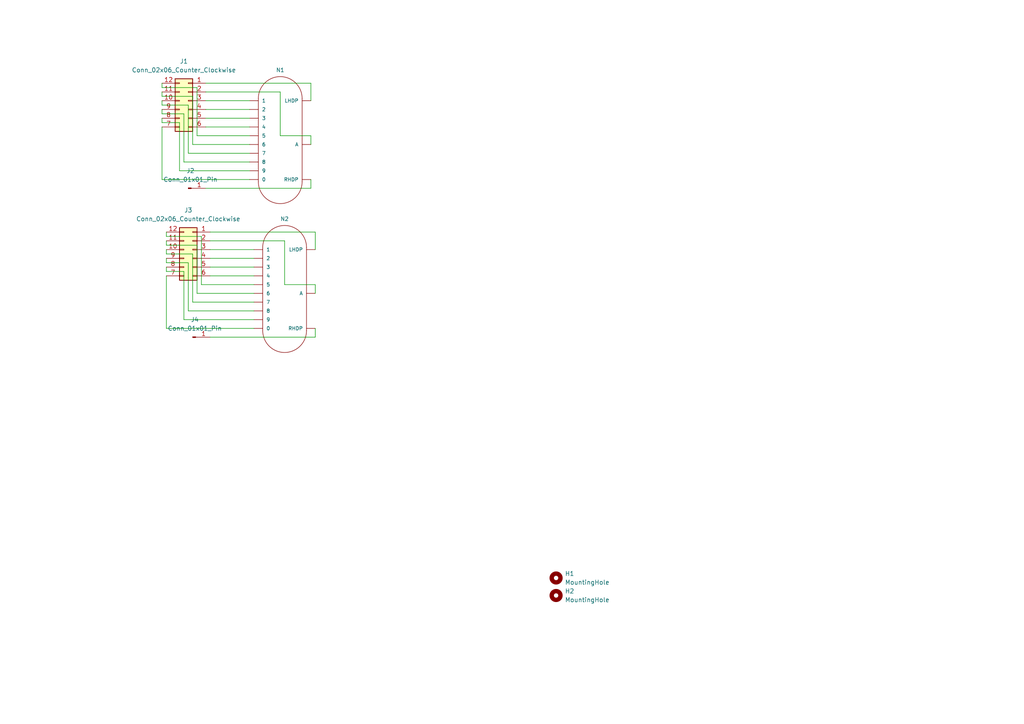
<source format=kicad_sch>
(kicad_sch (version 20250114) (generator "eeschema") (generator_version "9.0")
  (paper "A4")
  (lib_symbols
    (symbol "Connector:Conn_01x01_Pin" (pin_names (offset 1.016) (hide yes))
      (property "Reference" "J" (at 0 2.54 0))
      (property "Value" "Conn_01x01_Pin" (at 0 -2.54 0))
      (symbol "Conn_01x01_Pin_1_1"
        (rectangle (start 0.8636 0.127) (end 0 -0.127) (stroke (width 0.1524)) (fill (type outline)))
        (polyline (pts (xy 1.27 0) (xy 0.8636 0)) (stroke (width 0.1524)))
        (pin passive line (at 5.08 0 180) (length 3.81) (name "Pin_1") (number "1"))
      )
    )
    (symbol "Connector_Generic:Conn_02x06_Counter_Clockwise" (pin_names (offset 1.016) (hide yes))
      (property "Reference" "J" (at 1.27 7.62 0))
      (property "Value" "Conn_02x06_Counter_Clockwise" (at 1.27 -10.16 0))
      (symbol "Conn_02x06_Counter_Clockwise_1_1"
        (rectangle (start -1.27 6.35) (end 3.81 -8.89) (stroke (width 0.254)) (fill (type background)))
        (rectangle (start -1.27 5.207) (end 0 4.953) (stroke (width 0.1524)))
        (rectangle (start -1.27 2.667) (end 0 2.413) (stroke (width 0.1524)))
        (rectangle (start -1.27 0.127) (end 0 -0.127) (stroke (width 0.1524)))
        (rectangle (start -1.27 -2.413) (end 0 -2.667) (stroke (width 0.1524)))
        (rectangle (start -1.27 -4.953) (end 0 -5.207) (stroke (width 0.1524)))
        (rectangle (start -1.27 -7.493) (end 0 -7.747) (stroke (width 0.1524)))
        (rectangle (start 3.81 5.207) (end 2.54 4.953) (stroke (width 0.1524)))
        (rectangle (start 3.81 2.667) (end 2.54 2.413) (stroke (width 0.1524)))
        (rectangle (start 3.81 0.127) (end 2.54 -0.127) (stroke (width 0.1524)))
        (rectangle (start 3.81 -2.413) (end 2.54 -2.667) (stroke (width 0.1524)))
        (rectangle (start 3.81 -4.953) (end 2.54 -5.207) (stroke (width 0.1524)))
        (rectangle (start 3.81 -7.493) (end 2.54 -7.747) (stroke (width 0.1524)))
        (pin passive line (at -5.08 5.08 0) (length 3.81) (name "Pin_1") (number "1"))
        (pin passive line (at -5.08 2.54 0) (length 3.81) (name "Pin_2") (number "2"))
        (pin passive line (at -5.08 0 0) (length 3.81) (name "Pin_3") (number "3"))
        (pin passive line (at -5.08 -2.54 0) (length 3.81) (name "Pin_4") (number "4"))
        (pin passive line (at -5.08 -5.08 0) (length 3.81) (name "Pin_5") (number "5"))
        (pin passive line (at -5.08 -7.62 0) (length 3.81) (name "Pin_6") (number "6"))
        (pin passive line (at 7.62 5.08 180) (length 3.81) (name "Pin_12") (number "12"))
        (pin passive line (at 7.62 2.54 180) (length 3.81) (name "Pin_11") (number "11"))
        (pin passive line (at 7.62 0 180) (length 3.81) (name "Pin_10") (number "10"))
        (pin passive line (at 7.62 -2.54 180) (length 3.81) (name "Pin_9") (number "9"))
        (pin passive line (at 7.62 -5.08 180) (length 3.81) (name "Pin_8") (number "8"))
        (pin passive line (at 7.62 -7.62 180) (length 3.81) (name "Pin_7") (number "7"))
      )
    )
    (symbol "Mechanical:MountingHole" (pin_names (offset 1.016)) (in_bom no)
      (property "Reference" "H" (at 0 5.08 0))
      (property "Value" "MountingHole" (at 0 3.175 0))
      (symbol "MountingHole_0_1"
        (circle (center 0 0) (radius 1.27) (stroke (width 1.27)))
      )
    )
    (symbol "nixies-us:IN-16" (pin_numbers (hide yes)) (pin_names (offset 1.016))
      (property "Reference" "N" (at -3.175 20.955 0))
      (symbol "IN-16_1_0"
        (polyline (pts (xy -5.08 -10.795) (xy -5.08 13.335)))
        (polyline (pts (xy 7.62 -10.795) (xy 7.62 13.335)))
      )
      (symbol "IN-16_1_1"
        (arc (start -5.08 13.335) (mid 1.27 19.685) (end 7.62 13.335))
        (arc (start 7.62 -10.795) (mid 1.27 -17.145) (end -5.08 -10.795))
        (pin bidirectional line (at -7.62 12.7 0) (length 2.54) (name "1") (number "1"))
        (pin bidirectional line (at -7.62 10.16 0) (length 2.54) (name "2") (number "2"))
        (pin bidirectional line (at -7.62 7.62 0) (length 2.54) (name "3") (number "3"))
        (pin bidirectional line (at -7.62 5.08 0) (length 2.54) (name "4") (number "4"))
        (pin bidirectional line (at -7.62 2.54 0) (length 2.54) (name "5") (number "5"))
        (pin bidirectional line (at -7.62 0 0) (length 2.54) (name "6") (number "6"))
        (pin bidirectional line (at -7.62 -2.54 0) (length 2.54) (name "7") (number "7"))
        (pin bidirectional line (at -7.62 -5.08 0) (length 2.54) (name "8") (number "8"))
        (pin bidirectional line (at -7.62 -7.62 0) (length 2.54) (name "9") (number "9"))
        (pin bidirectional line (at -7.62 -10.16 0) (length 2.54) (name "0") (number "0"))
        (pin bidirectional line (at 10.16 12.7 180) (length 2.54) (name "LHDP") (number "LHDP"))
        (pin bidirectional line (at 10.16 0 180) (length 2.54) (name "A") (number "A"))
        (pin bidirectional line (at 10.16 -10.16 180) (length 2.54) (name "RHDP") (number "RHDP"))
      )
    )
  )
  (wire (pts (xy 53.34 92.71) (xy 73.66 92.71)))
  (wire (pts (xy 53.34 78.74) (xy 53.34 92.71)))
  (wire (pts (xy 52.07 49.53) (xy 72.39 49.53)))
  (wire (pts (xy 53.34 46.99) (xy 72.39 46.99)))
  (wire (pts (xy 54.61 76.2) (xy 48.26 76.2)))
  (wire (pts (xy 46.99 34.29) (xy 46.99 35.56)))
  (wire (pts (xy 55.88 41.91) (xy 55.88 27.94)))
  (wire (pts (xy 55.88 87.63) (xy 55.88 73.66)))
  (wire (pts (xy 48.26 73.66) (xy 48.26 72.39)))
  (wire (pts (xy 57.15 25.4) (xy 57.15 39.37)))
  (wire (pts (xy 90.17 29.21) (xy 90.17 24.13)))
  (wire (pts (xy 59.69 31.75) (xy 72.39 31.75)))
  (wire (pts (xy 58.42 68.58) (xy 58.42 82.55)))
  (wire (pts (xy 53.34 46.99) (xy 53.34 33.02)))
  (wire (pts (xy 59.69 54.61) (xy 90.17 54.61)))
  (wire (pts (xy 57.15 85.09) (xy 57.15 71.12)))
  (wire (pts (xy 57.15 39.37) (xy 72.39 39.37)))
  (wire (pts (xy 54.61 44.45) (xy 72.39 44.45)))
  (wire (pts (xy 81.28 39.37) (xy 90.17 39.37)))
  (wire (pts (xy 46.99 52.07) (xy 46.99 36.83)))
  (wire (pts (xy 91.44 95.25) (xy 91.44 97.79)))
  (wire (pts (xy 91.44 67.31) (xy 60.96 67.31)))
  (wire (pts (xy 90.17 24.13) (xy 59.69 24.13)))
  (wire (pts (xy 48.26 71.12) (xy 48.26 69.85)))
  (wire (pts (xy 59.69 34.29) (xy 72.39 34.29)))
  (wire (pts (xy 52.07 35.56) (xy 52.07 49.53)))
  (wire (pts (xy 54.61 30.48) (xy 46.99 30.48)))
  (wire (pts (xy 48.26 78.74) (xy 53.34 78.74)))
  (wire (pts (xy 55.88 41.91) (xy 72.39 41.91)))
  (wire (pts (xy 59.69 26.67) (xy 81.28 26.67)))
  (wire (pts (xy 48.26 95.25) (xy 48.26 80.01)))
  (wire (pts (xy 82.55 69.85) (xy 82.55 82.55)))
  (wire (pts (xy 81.28 26.67) (xy 81.28 39.37)))
  (wire (pts (xy 46.99 52.07) (xy 72.39 52.07)))
  (wire (pts (xy 46.99 33.02) (xy 46.99 31.75)))
  (wire (pts (xy 54.61 90.17) (xy 54.61 76.2)))
  (wire (pts (xy 60.96 97.79) (xy 91.44 97.79)))
  (wire (pts (xy 91.44 72.39) (xy 91.44 67.31)))
  (wire (pts (xy 48.26 95.25) (xy 73.66 95.25)))
  (wire (pts (xy 46.99 35.56) (xy 52.07 35.56)))
  (wire (pts (xy 57.15 71.12) (xy 48.26 71.12)))
  (wire (pts (xy 58.42 82.55) (xy 73.66 82.55)))
  (wire (pts (xy 48.26 67.31) (xy 48.26 68.58)))
  (wire (pts (xy 48.26 76.2) (xy 48.26 74.93)))
  (wire (pts (xy 90.17 39.37) (xy 90.17 41.91)))
  (wire (pts (xy 57.15 85.09) (xy 73.66 85.09)))
  (wire (pts (xy 46.99 30.48) (xy 46.99 29.21)))
  (wire (pts (xy 46.99 24.13) (xy 46.99 25.4)))
  (wire (pts (xy 46.99 25.4) (xy 57.15 25.4)))
  (wire (pts (xy 60.96 77.47) (xy 73.66 77.47)))
  (wire (pts (xy 55.88 27.94) (xy 46.99 27.94)))
  (wire (pts (xy 60.96 69.85) (xy 82.55 69.85)))
  (wire (pts (xy 54.61 44.45) (xy 54.61 30.48)))
  (wire (pts (xy 55.88 73.66) (xy 48.26 73.66)))
  (wire (pts (xy 60.96 74.93) (xy 73.66 74.93)))
  (wire (pts (xy 59.69 36.83) (xy 72.39 36.83)))
  (wire (pts (xy 91.44 82.55) (xy 91.44 85.09)))
  (wire (pts (xy 54.61 90.17) (xy 73.66 90.17)))
  (wire (pts (xy 82.55 82.55) (xy 91.44 82.55)))
  (wire (pts (xy 90.17 52.07) (xy 90.17 54.61)))
  (wire (pts (xy 48.26 68.58) (xy 58.42 68.58)))
  (wire (pts (xy 53.34 33.02) (xy 46.99 33.02)))
  (wire (pts (xy 60.96 80.01) (xy 73.66 80.01)))
  (wire (pts (xy 59.69 29.21) (xy 72.39 29.21)))
  (wire (pts (xy 60.96 72.39) (xy 73.66 72.39)))
  (wire (pts (xy 55.88 87.63) (xy 73.66 87.63)))
  (wire (pts (xy 46.99 27.94) (xy 46.99 26.67)))
  (wire (pts (xy 48.26 77.47) (xy 48.26 78.74)))
  (symbol (lib_id "Mechanical:MountingHole") (at 161.29 172.72 0) (unit 1) (in_bom no)
    (property "Reference" "H2" (at 163.83 171.4499 0) (effects (justify left)))
    (property "Value" "MountingHole" (at 163.83 173.9899 0) (effects (justify left)))
    (property "Footprint" "MountingHole:MountingHole_2.2mm_M2" (effects (hide yes)))
    (property "Description" "Mounting Hole without connection" (effects (hide yes)))
  )
  (symbol (lib_id "Connector:Conn_01x01_Pin") (at 54.61 54.61 0) (unit 1)
    (property "Reference" "J2" (at 55.245 49.53 0))
    (property "Value" "Conn_01x01_Pin" (at 55.245 52.07 0))
    (property "Footprint" "Connector_PinSocket_2.54mm:PinSocket_1x01_P2.54mm_Vertical" (effects (hide yes)))
    (property "Description" "Generic connector, single row, 01x01, script generated" (effects (hide yes)))
  )
  (symbol (lib_id "Connector:Conn_01x01_Pin") (at 55.88 97.79 0) (unit 1)
    (property "Reference" "J4" (at 56.515 92.71 0))
    (property "Value" "Conn_01x01_Pin" (at 56.515 95.25 0))
    (property "Footprint" "Connector_PinSocket_2.54mm:PinSocket_1x01_P2.54mm_Vertical" (effects (hide yes)))
    (property "Description" "Generic connector, single row, 01x01, script generated" (effects (hide yes)))
  )
  (symbol (lib_id "nixies-us:IN-16") (at 80.01 41.91 0) (unit 1)
    (property "Reference" "N1" (at 81.28 20.32 0) (effects (font (size 1.143 1.143))))
    (property "Value" "IN-16" (effects (hide yes)))
    (property "Footprint" "nixies-us:nixies-us-IN-16" (effects (hide yes)))
  )
  (symbol (lib_id "Connector_Generic:Conn_02x06_Counter_Clockwise") (at 55.88 72.39 0) (mirror y) (unit 1)
    (property "Reference" "J3" (at 54.61 60.96 0))
    (property "Value" "Conn_02x06_Counter_Clockwise" (at 54.61 63.5 0))
    (property "Footprint" "Connector_PinSocket_2.54mm:PinSocket_2x06_P2.54mm_Vertical" (effects (hide yes)))
    (property "Description" "Generic connector, double row, 02x06, counter clockwise pin numbering scheme (similar to DIP package numbering), script generated (kicad-library-utils/schlib/autogen/connector/)" (effects (hide yes)))
  )
  (symbol (lib_id "nixies-us:IN-16") (at 81.28 85.09 0) (unit 1)
    (property "Reference" "N2" (at 82.55 63.5 0) (effects (font (size 1.143 1.143))))
    (property "Value" "IN-16" (effects (hide yes)))
    (property "Footprint" "nixies-us:nixies-us-IN-16" (effects (hide yes)))
  )
  (symbol (lib_id "Mechanical:MountingHole") (at 161.29 167.64 0) (unit 1) (in_bom no)
    (property "Reference" "H1" (at 163.83 166.3699 0) (effects (justify left)))
    (property "Value" "MountingHole" (at 163.83 168.9099 0) (effects (justify left)))
    (property "Footprint" "MountingHole:MountingHole_2.2mm_M2" (effects (hide yes)))
    (property "Description" "Mounting Hole without connection" (effects (hide yes)))
  )
  (symbol (lib_id "Connector_Generic:Conn_02x06_Counter_Clockwise") (at 54.61 29.21 0) (mirror y) (unit 1)
    (property "Reference" "J1" (at 53.34 17.78 0))
    (property "Value" "Conn_02x06_Counter_Clockwise" (at 53.34 20.32 0))
    (property "Footprint" "Connector_PinSocket_2.54mm:PinSocket_2x06_P2.54mm_Vertical" (effects (hide yes)))
    (property "Description" "Generic connector, double row, 02x06, counter clockwise pin numbering scheme (similar to DIP package numbering), script generated (kicad-library-utils/schlib/autogen/connector/)" (effects (hide yes)))
  )
)
</source>
